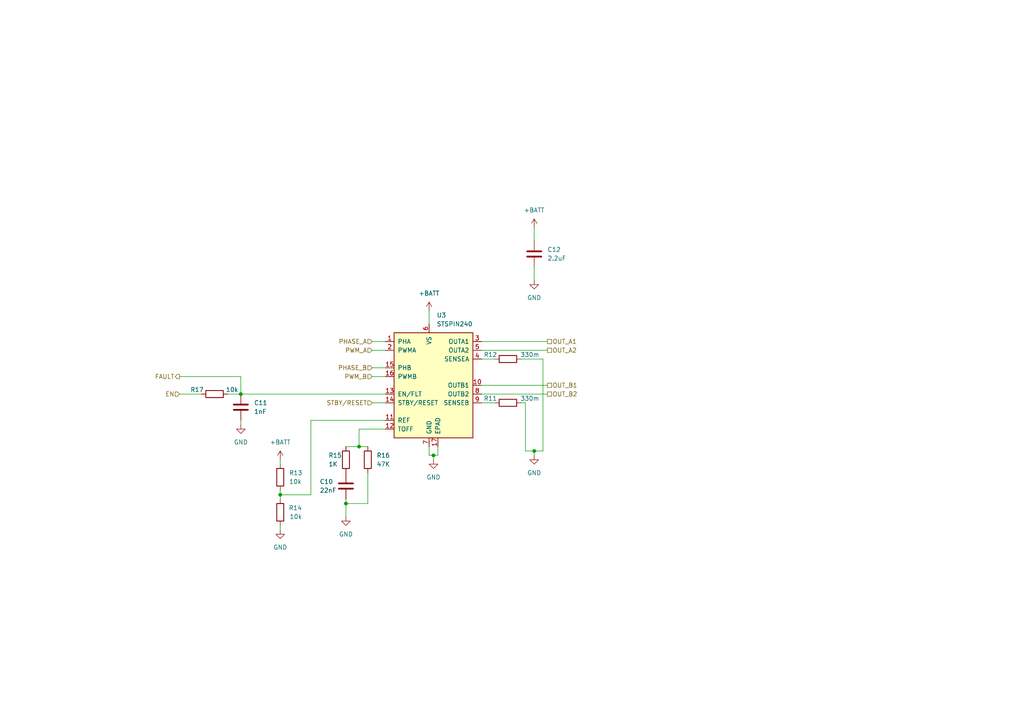
<source format=kicad_sch>
(kicad_sch (version 20230121) (generator eeschema)
  (paper "A4")
  (lib_symbols
    (symbol "Device:C" (pin_numbers hide) (pin_names (offset 0.254))
      (property "Reference" "C" (at 0.635 2.54 0))
      (property "Value" "C" (at 0.635 -2.54 0))
      (symbol "C_0_1"
        (polyline (pts (xy -2.032 -0.762) (xy 2.032 -0.762)) (stroke (width 0.508)))
        (polyline (pts (xy -2.032 0.762) (xy 2.032 0.762)) (stroke (width 0.508)))
      )
      (symbol "C_1_1"
        (pin passive line (at 0 3.81 270) (length 2.794) (name "~") (number "1"))
        (pin passive line (at 0 -3.81 90) (length 2.794) (name "~") (number "2"))
      )
    )
    (symbol "Device:R" (pin_numbers hide) (pin_names (offset 0))
      (property "Reference" "R" (at 2.032 0 90))
      (property "Value" "R" (at 0 0 90))
      (symbol "R_0_1"
        (rectangle (start -1.016 -2.54) (end 1.016 2.54) (stroke (width 0.254)))
      )
      (symbol "R_1_1"
        (pin passive line (at 0 3.81 270) (length 1.27) (name "~") (number "1"))
        (pin passive line (at 0 -3.81 90) (length 1.27) (name "~") (number "2"))
      )
    )
    (symbol "Driver_Motor:STSPIN240" (pin_names (offset 1.016))
      (property "Reference" "U" (at -10.16 16.51 0))
      (property "Value" "STSPIN240" (at 5.08 16.51 0))
      (symbol "STSPIN240_0_1"
        (rectangle (start -10.16 15.24) (end 12.7 -15.24) (stroke (width 0.254)) (fill (type background)))
      )
      (symbol "STSPIN240_1_1"
        (pin input line (at -12.7 12.7 0) (length 2.54) (name "PHA") (number "1"))
        (pin power_out line (at 15.24 0 180) (length 2.54) (name "OUTB1") (number "10"))
        (pin input line (at -12.7 -10.16 0) (length 2.54) (name "REF") (number "11"))
        (pin input line (at -12.7 -12.7 0) (length 2.54) (name "TOFF") (number "12"))
        (pin bidirectional line (at -12.7 -2.54 0) (length 2.54) (name "EN/FLT") (number "13"))
        (pin input line (at -12.7 -5.08 0) (length 2.54) (name "STBY/RESET") (number "14"))
        (pin input line (at -12.7 5.08 0) (length 2.54) (name "PHB") (number "15"))
        (pin input line (at -12.7 2.54 0) (length 2.54) (name "PWMB") (number "16"))
        (pin power_in line (at 2.54 -17.78 90) (length 2.54) (name "EPAD") (number "17"))
        (pin input line (at -12.7 10.16 0) (length 2.54) (name "PWMA") (number "2"))
        (pin power_out line (at 15.24 12.7 180) (length 2.54) (name "OUTA1") (number "3"))
        (pin power_out line (at 15.24 7.62 180) (length 2.54) (name "SENSEA") (number "4"))
        (pin power_out line (at 15.24 10.16 180) (length 2.54) (name "OUTA2") (number "5"))
        (pin power_in line (at 0 17.78 270) (length 2.54) (name "VS") (number "6"))
        (pin power_in line (at 0 -17.78 90) (length 2.54) (name "GND") (number "7"))
        (pin power_out line (at 15.24 -2.54 180) (length 2.54) (name "OUTB2") (number "8"))
        (pin power_out line (at 15.24 -5.08 180) (length 2.54) (name "SENSEB") (number "9"))
      )
    )
    (symbol "power:+BATT" (power) (pin_names (offset 0))
      (property "Value" "+BATT" (at 0 3.556 0))
      (symbol "+BATT_0_1"
        (polyline (pts (xy -0.762 1.27) (xy 0 2.54)))
        (polyline (pts (xy 0 0) (xy 0 2.54)))
        (polyline (pts (xy 0 2.54) (xy 0.762 1.27)))
      )
      (symbol "+BATT_1_1"
        (pin power_in line (at 0 0 90) (length 0) hide (name "+BATT") (number "1"))
      )
    )
    (symbol "power:GND" (power) (pin_names (offset 0))
      (property "Value" "GND" (at 0 -3.81 0))
      (symbol "GND_0_1"
        (polyline (pts (xy 0 0) (xy 0 -1.27) (xy 1.27 -1.27) (xy 0 -2.54) (xy -1.27 -1.27) (xy 0 -1.27)))
      )
      (symbol "GND_1_1"
        (pin power_in line (at 0 0 270) (length 0) hide (name "GND") (number "1"))
      )
    )
  )
  (junction (at 81.28 143.51))
  (junction (at 100.33 146.05))
  (junction (at 69.85 114.3))
  (junction (at 104.14 129.54))
  (junction (at 125.73 132.08))
  (junction (at 154.94 130.81))
  (wire (pts (xy 69.85 121.92) (xy 69.85 123.19)))
  (wire (pts (xy 157.48 104.14) (xy 157.48 130.81)))
  (wire (pts (xy 151.13 104.14) (xy 157.48 104.14)))
  (wire (pts (xy 139.7 111.76) (xy 158.75 111.76)))
  (wire (pts (xy 107.95 106.68) (xy 111.76 106.68)))
  (wire (pts (xy 124.46 132.08) (xy 124.46 129.54)))
  (wire (pts (xy 107.95 99.06) (xy 111.76 99.06)))
  (wire (pts (xy 154.94 130.81) (xy 154.94 132.08)))
  (wire (pts (xy 124.46 90.17) (xy 124.46 93.98)))
  (wire (pts (xy 127 132.08) (xy 125.73 132.08)))
  (wire (pts (xy 127 132.08) (xy 127 129.54)))
  (wire (pts (xy 100.33 129.54) (xy 104.14 129.54)))
  (wire (pts (xy 52.07 114.3) (xy 58.42 114.3)))
  (wire (pts (xy 125.73 132.08) (xy 124.46 132.08)))
  (wire (pts (xy 81.28 143.51) (xy 81.28 144.78)))
  (wire (pts (xy 69.85 114.3) (xy 111.76 114.3)))
  (wire (pts (xy 107.95 101.6) (xy 111.76 101.6)))
  (wire (pts (xy 139.7 114.3) (xy 158.75 114.3)))
  (wire (pts (xy 104.14 129.54) (xy 106.68 129.54)))
  (wire (pts (xy 152.4 130.81) (xy 154.94 130.81)))
  (wire (pts (xy 106.68 146.05) (xy 100.33 146.05)))
  (wire (pts (xy 104.14 124.46) (xy 104.14 129.54)))
  (wire (pts (xy 66.04 114.3) (xy 69.85 114.3)))
  (wire (pts (xy 152.4 116.84) (xy 152.4 130.81)))
  (wire (pts (xy 107.95 116.84) (xy 111.76 116.84)))
  (wire (pts (xy 90.17 143.51) (xy 81.28 143.51)))
  (wire (pts (xy 69.85 109.22) (xy 69.85 114.3)))
  (wire (pts (xy 139.7 116.84) (xy 143.51 116.84)))
  (wire (pts (xy 154.94 66.04) (xy 154.94 69.85)))
  (wire (pts (xy 157.48 130.81) (xy 154.94 130.81)))
  (wire (pts (xy 100.33 146.05) (xy 100.33 149.86)))
  (wire (pts (xy 107.95 109.22) (xy 111.76 109.22)))
  (wire (pts (xy 100.33 144.78) (xy 100.33 146.05)))
  (wire (pts (xy 139.7 101.6) (xy 158.75 101.6)))
  (wire (pts (xy 125.73 132.08) (xy 125.73 133.35)))
  (wire (pts (xy 111.76 124.46) (xy 104.14 124.46)))
  (wire (pts (xy 81.28 142.24) (xy 81.28 143.51)))
  (wire (pts (xy 81.28 152.4) (xy 81.28 153.67)))
  (wire (pts (xy 151.13 116.84) (xy 152.4 116.84)))
  (wire (pts (xy 154.94 77.47) (xy 154.94 81.28)))
  (wire (pts (xy 106.68 137.16) (xy 106.68 146.05)))
  (wire (pts (xy 52.07 109.22) (xy 69.85 109.22)))
  (wire (pts (xy 81.28 133.35) (xy 81.28 134.62)))
  (wire (pts (xy 90.17 121.92) (xy 111.76 121.92)))
  (wire (pts (xy 90.17 143.51) (xy 90.17 121.92)))
  (wire (pts (xy 139.7 99.06) (xy 158.75 99.06)))
  (wire (pts (xy 139.7 104.14) (xy 143.51 104.14)))
  (hierarchical_label "PHASE_A" (shape input) (at 107.95 99.06 180))
  (hierarchical_label "OUT_A2" (shape passive) (at 158.75 101.6 0))
  (hierarchical_label "PWM_A" (shape input) (at 107.95 101.6 180))
  (hierarchical_label "FAULT" (shape output) (at 52.07 109.22 180))
  (hierarchical_label "PHASE_B" (shape input) (at 107.95 106.68 180))
  (hierarchical_label "PWM_B" (shape input) (at 107.95 109.22 180))
  (hierarchical_label "OUT_B2" (shape passive) (at 158.75 114.3 0))
  (hierarchical_label "OUT_A1" (shape passive) (at 158.75 99.06 0))
  (hierarchical_label "OUT_B1" (shape passive) (at 158.75 111.76 0))
  (hierarchical_label "STBY{slash}RESET" (shape input) (at 107.95 116.84 180))
  (hierarchical_label "EN" (shape input) (at 52.07 114.3 180))
  (symbol (lib_id "Device:C") (at 69.85 118.11 0) (unit 1)
    (property "Reference" "C11" (at 73.66 116.84 0) (effects (justify left)))
    (property "Value" "1nF" (at 73.66 119.38 0) (effects (justify left)))
    (property "Footprint" "Capacitor_SMD:C_0603_1608Metric" (effects hide))
  )
  (symbol (lib_id "Device:R") (at 100.33 133.35 0) (unit 1)
    (property "Reference" "R15" (at 95.25 132.08 0) (effects (justify left)))
    (property "Value" "1K" (at 95.25 134.62 0) (effects (justify left)))
    (property "Footprint" "Resistor_SMD:R_0603_1608Metric" (effects hide))
  )
  (symbol (lib_id "Device:R") (at 147.32 104.14 90) (unit 1)
    (property "Reference" "R12" (at 142.24 102.87 90))
    (property "Value" "330m" (at 153.67 102.87 90))
    (property "Footprint" "Resistor_SMD:R_0603_1608Metric" (effects hide))
  )
  (symbol (lib_id "power:GND") (at 154.94 132.08 0) (unit 1)
    (property "Reference" "#PWR032" (effects hide))
    (property "Value" "GND" (at 154.94 137.16 0))
  )
  (symbol (lib_id "power:GND") (at 154.94 81.28 0) (unit 1)
    (property "Reference" "#PWR024" (effects hide))
    (property "Value" "GND" (at 154.94 86.36 0))
  )
  (symbol (lib_id "power:+BATT") (at 81.28 133.35 0) (unit 1)
    (property "Reference" "#PWR028" (effects hide))
    (property "Value" "+BATT" (at 81.28 128.27 0))
  )
  (symbol (lib_id "power:+BATT") (at 154.94 66.04 0) (unit 1)
    (property "Reference" "#PWR023" (effects hide))
    (property "Value" "+BATT" (at 154.94 60.96 0))
  )
  (symbol (lib_id "Device:R") (at 106.68 133.35 0) (unit 1)
    (property "Reference" "R16" (at 109.22 132.08 0) (effects (justify left)))
    (property "Value" "47K" (at 109.22 134.62 0) (effects (justify left)))
    (property "Footprint" "Resistor_SMD:R_0603_1608Metric" (effects hide))
  )
  (symbol (lib_id "power:GND") (at 69.85 123.19 0) (mirror y) (unit 1)
    (property "Reference" "#PWR09" (effects hide))
    (property "Value" "GND" (at 69.85 128.27 0))
  )
  (symbol (lib_id "Device:R") (at 81.28 138.43 0) (mirror y) (unit 1)
    (property "Reference" "R13" (at 83.82 137.16 0) (effects (justify right)))
    (property "Value" "10k" (at 83.82 139.7 0) (effects (justify right)))
    (property "Footprint" "Resistor_SMD:R_0603_1608Metric" (effects hide))
  )
  (symbol (lib_id "power:GND") (at 81.28 153.67 0) (mirror y) (unit 1)
    (property "Reference" "#PWR011" (effects hide))
    (property "Value" "GND" (at 81.28 158.75 0))
  )
  (symbol (lib_id "Device:R") (at 62.23 114.3 90) (unit 1)
    (property "Reference" "R17" (at 57.15 113.03 90))
    (property "Value" "10k" (at 67.31 113.03 90))
    (property "Footprint" "Resistor_SMD:R_0603_1608Metric" (effects hide))
  )
  (symbol (lib_id "Device:R") (at 81.28 148.59 0) (mirror y) (unit 1)
    (property "Reference" "R14" (at 87.63 147.32 0) (effects (justify left)))
    (property "Value" "10k" (at 87.63 149.86 0) (effects (justify left)))
    (property "Footprint" "Resistor_SMD:R_0603_1608Metric" (effects hide))
  )
  (symbol (lib_id "power:GND") (at 125.73 133.35 0) (unit 1)
    (property "Reference" "#PWR021" (effects hide))
    (property "Value" "GND" (at 125.73 138.43 0))
  )
  (symbol (lib_id "Device:C") (at 100.33 140.97 0) (unit 1)
    (property "Reference" "C10" (at 92.71 139.7 0) (effects (justify left)))
    (property "Value" "22nF" (at 92.71 142.24 0) (effects (justify left)))
    (property "Footprint" "Capacitor_SMD:C_0603_1608Metric" (effects hide))
  )
  (symbol (lib_id "Driver_Motor:STSPIN240") (at 124.46 111.76 0) (unit 1)
    (property "Reference" "U3" (at 126.6541 91.44 0) (effects (justify left)))
    (property "Value" "STSPIN240" (at 126.6541 93.98 0) (effects (justify left)))
    (property "Footprint" "Package_DFN_QFN:VQFN-16-1EP_3x3mm_P0.5mm_EP1.8x1.8mm" (effects hide))
    (property "Datasheet" "www.st.com/resource/en/datasheet/stspin240.pdf" (effects hide))
  )
  (symbol (lib_id "power:GND") (at 100.33 149.86 0) (unit 1)
    (property "Reference" "#PWR031" (effects hide))
    (property "Value" "GND" (at 100.33 154.94 0))
  )
  (symbol (lib_id "Device:R") (at 147.32 116.84 90) (unit 1)
    (property "Reference" "R11" (at 142.24 115.57 90))
    (property "Value" "330m" (at 153.67 115.57 90))
    (property "Footprint" "Resistor_SMD:R_0603_1608Metric" (effects hide))
  )
  (symbol (lib_id "Device:C") (at 154.94 73.66 0) (unit 1)
    (property "Reference" "C12" (at 158.75 72.39 0) (effects (justify left)))
    (property "Value" "2.2uF" (at 158.75 74.93 0) (effects (justify left)))
    (property "Footprint" "Capacitor_SMD:C_0603_1608Metric" (effects hide))
  )
  (symbol (lib_id "power:+BATT") (at 124.46 90.17 0) (unit 1)
    (property "Reference" "#PWR022" (effects hide))
    (property "Value" "+BATT" (at 124.46 85.09 0))
  )
)
</source>
